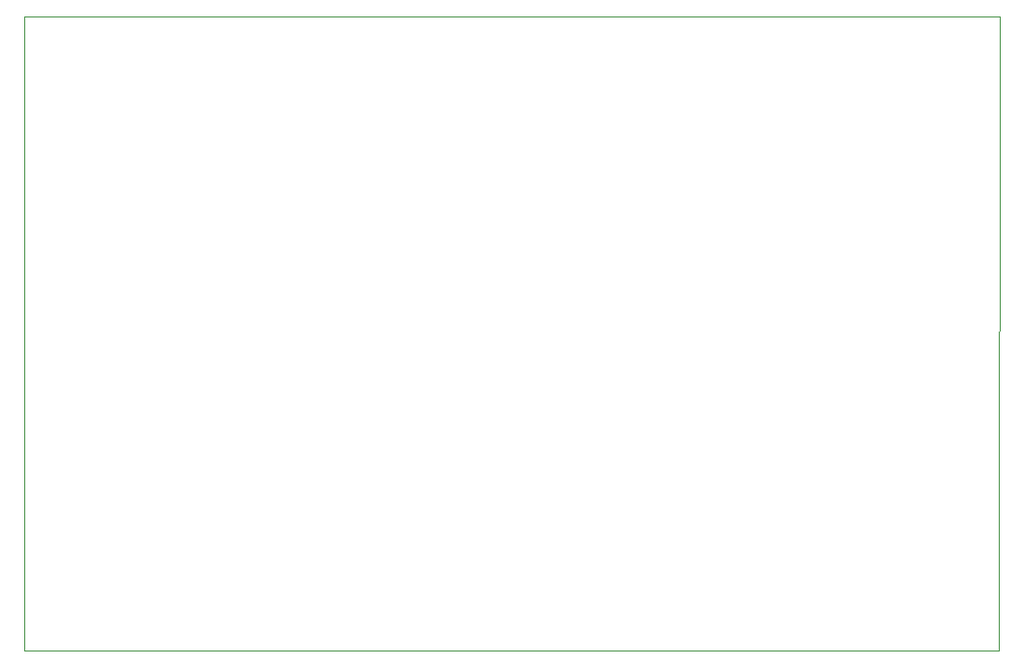
<source format=gbr>
G04 #@! TF.GenerationSoftware,KiCad,Pcbnew,(5.1.8)-1*
G04 #@! TF.CreationDate,2021-03-27T17:01:03+01:00*
G04 #@! TF.ProjectId,interface_MTM800E_V4,696e7465-7266-4616-9365-5f4d544d3830,V2*
G04 #@! TF.SameCoordinates,Original*
G04 #@! TF.FileFunction,Profile,NP*
%FSLAX46Y46*%
G04 Gerber Fmt 4.6, Leading zero omitted, Abs format (unit mm)*
G04 Created by KiCad (PCBNEW (5.1.8)-1) date 2021-03-27 17:01:03*
%MOMM*%
%LPD*%
G01*
G04 APERTURE LIST*
G04 #@! TA.AperFunction,Profile*
%ADD10C,0.050000*%
G04 #@! TD*
G04 APERTURE END LIST*
D10*
X131381500Y-48260000D02*
X131254500Y-103632000D01*
X46228000Y-103632000D02*
X46228000Y-48228000D01*
X131254500Y-103632000D02*
X46228000Y-103632000D01*
X46228000Y-48228000D02*
X131381500Y-48260000D01*
M02*

</source>
